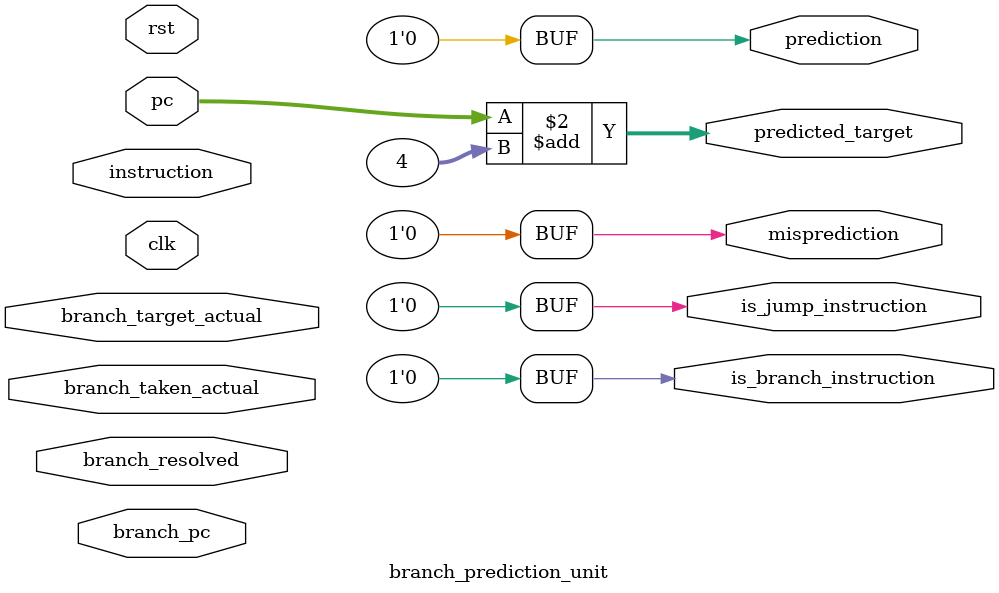
<source format=v>
module branch_prediction_unit(
    input clk, rst,
    input [31:0] pc, instruction,
    input [31:0] branch_pc,
    input branch_resolved, branch_taken_actual,
    input [31:0] branch_target_actual,
    
    output reg prediction,
    output reg [31:0] predicted_target,
    output reg is_branch_instruction,
    output reg is_jump_instruction,
    output reg misprediction
);
    // Simple always-not-taken predictor
    always @(*) begin
        prediction = 1'b0;
        predicted_target = pc + 4;
        is_branch_instruction = 1'b0;
        is_jump_instruction = 1'b0;
        misprediction = 1'b0;
    end
endmodule
</source>
